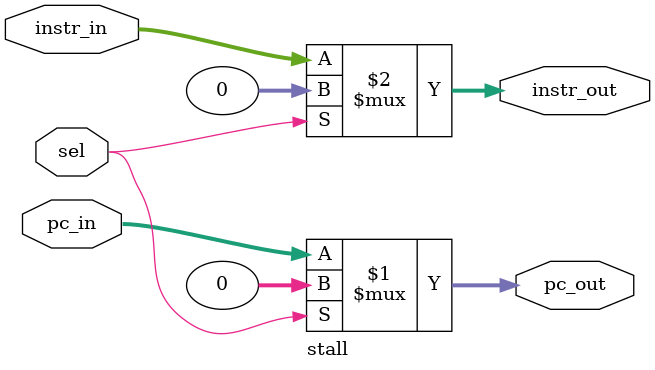
<source format=v>
module stall ( sel, pc_in, instr_in, pc_out, instr_out ) ;
input sel ;
input [31:0] pc_in, instr_in;

output [31:0] pc_out, instr_out;

assign pc_out = sel ? 32'b0 : pc_in;
assign instr_out = sel ? 32'b0 : instr_in;

endmodule
</source>
